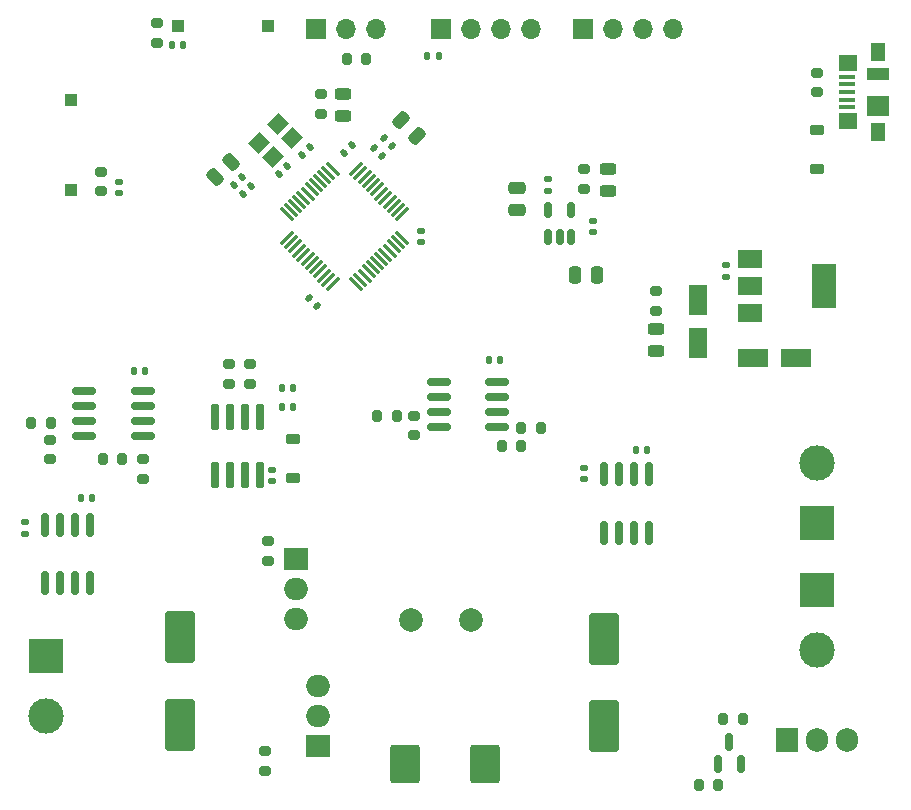
<source format=gbr>
%TF.GenerationSoftware,KiCad,Pcbnew,7.0.5*%
%TF.CreationDate,2024-05-08T14:59:28+07:00*%
%TF.ProjectId,Project232,50726f6a-6563-4743-9233-322e6b696361,rev?*%
%TF.SameCoordinates,Original*%
%TF.FileFunction,Soldermask,Top*%
%TF.FilePolarity,Negative*%
%FSLAX46Y46*%
G04 Gerber Fmt 4.6, Leading zero omitted, Abs format (unit mm)*
G04 Created by KiCad (PCBNEW 7.0.5) date 2024-05-08 14:59:28*
%MOMM*%
%LPD*%
G01*
G04 APERTURE LIST*
G04 Aperture macros list*
%AMRoundRect*
0 Rectangle with rounded corners*
0 $1 Rounding radius*
0 $2 $3 $4 $5 $6 $7 $8 $9 X,Y pos of 4 corners*
0 Add a 4 corners polygon primitive as box body*
4,1,4,$2,$3,$4,$5,$6,$7,$8,$9,$2,$3,0*
0 Add four circle primitives for the rounded corners*
1,1,$1+$1,$2,$3*
1,1,$1+$1,$4,$5*
1,1,$1+$1,$6,$7*
1,1,$1+$1,$8,$9*
0 Add four rect primitives between the rounded corners*
20,1,$1+$1,$2,$3,$4,$5,0*
20,1,$1+$1,$4,$5,$6,$7,0*
20,1,$1+$1,$6,$7,$8,$9,0*
20,1,$1+$1,$8,$9,$2,$3,0*%
%AMRotRect*
0 Rectangle, with rotation*
0 The origin of the aperture is its center*
0 $1 length*
0 $2 width*
0 $3 Rotation angle, in degrees counterclockwise*
0 Add horizontal line*
21,1,$1,$2,0,0,$3*%
G04 Aperture macros list end*
%ADD10RoundRect,0.140000X0.140000X0.170000X-0.140000X0.170000X-0.140000X-0.170000X0.140000X-0.170000X0*%
%ADD11RoundRect,0.140000X-0.170000X0.140000X-0.170000X-0.140000X0.170000X-0.140000X0.170000X0.140000X0*%
%ADD12RoundRect,0.140000X0.021213X-0.219203X0.219203X-0.021213X-0.021213X0.219203X-0.219203X0.021213X0*%
%ADD13RoundRect,0.250000X-0.550000X1.050000X-0.550000X-1.050000X0.550000X-1.050000X0.550000X1.050000X0*%
%ADD14RoundRect,0.140000X0.170000X-0.140000X0.170000X0.140000X-0.170000X0.140000X-0.170000X-0.140000X0*%
%ADD15R,2.000000X1.500000*%
%ADD16R,2.000000X3.800000*%
%ADD17RoundRect,0.200000X-0.200000X-0.275000X0.200000X-0.275000X0.200000X0.275000X-0.200000X0.275000X0*%
%ADD18R,1.700000X1.700000*%
%ADD19O,1.700000X1.700000*%
%ADD20RoundRect,0.150000X-0.825000X-0.150000X0.825000X-0.150000X0.825000X0.150000X-0.825000X0.150000X0*%
%ADD21RoundRect,0.200000X0.275000X-0.200000X0.275000X0.200000X-0.275000X0.200000X-0.275000X-0.200000X0*%
%ADD22RoundRect,0.200000X-0.275000X0.200000X-0.275000X-0.200000X0.275000X-0.200000X0.275000X0.200000X0*%
%ADD23RoundRect,0.250000X-0.512652X-0.159099X-0.159099X-0.512652X0.512652X0.159099X0.159099X0.512652X0*%
%ADD24RoundRect,0.140000X-0.140000X-0.170000X0.140000X-0.170000X0.140000X0.170000X-0.140000X0.170000X0*%
%ADD25R,3.000000X3.000000*%
%ADD26C,3.000000*%
%ADD27RoundRect,0.140000X-0.219203X-0.021213X-0.021213X-0.219203X0.219203X0.021213X0.021213X0.219203X0*%
%ADD28RoundRect,0.075000X-0.521491X0.415425X0.415425X-0.521491X0.521491X-0.415425X-0.415425X0.521491X0*%
%ADD29RoundRect,0.075000X-0.521491X-0.415425X-0.415425X-0.521491X0.521491X0.415425X0.415425X0.521491X0*%
%ADD30R,2.000000X1.905000*%
%ADD31O,2.000000X1.905000*%
%ADD32RoundRect,0.250000X-0.250000X-0.475000X0.250000X-0.475000X0.250000X0.475000X-0.250000X0.475000X0*%
%ADD33RoundRect,0.200000X0.200000X0.275000X-0.200000X0.275000X-0.200000X-0.275000X0.200000X-0.275000X0*%
%ADD34RoundRect,0.225000X0.375000X-0.225000X0.375000X0.225000X-0.375000X0.225000X-0.375000X-0.225000X0*%
%ADD35R,1.380000X0.450000*%
%ADD36R,1.300000X1.650000*%
%ADD37R,1.550000X1.425000*%
%ADD38R,1.900000X1.800000*%
%ADD39R,1.900000X1.000000*%
%ADD40RoundRect,0.102000X-0.254000X0.990600X-0.254000X-0.990600X0.254000X-0.990600X0.254000X0.990600X0*%
%ADD41RoundRect,0.150000X0.150000X-0.512500X0.150000X0.512500X-0.150000X0.512500X-0.150000X-0.512500X0*%
%ADD42RoundRect,0.243750X-0.456250X0.243750X-0.456250X-0.243750X0.456250X-0.243750X0.456250X0.243750X0*%
%ADD43RoundRect,0.150000X0.150000X-0.587500X0.150000X0.587500X-0.150000X0.587500X-0.150000X-0.587500X0*%
%ADD44C,2.000000*%
%ADD45R,1.905000X2.000000*%
%ADD46O,1.905000X2.000000*%
%ADD47RoundRect,0.243750X0.456250X-0.243750X0.456250X0.243750X-0.456250X0.243750X-0.456250X-0.243750X0*%
%ADD48RoundRect,0.150000X0.150000X-0.825000X0.150000X0.825000X-0.150000X0.825000X-0.150000X-0.825000X0*%
%ADD49RoundRect,0.140000X-0.021213X0.219203X-0.219203X0.021213X0.021213X-0.219203X0.219203X-0.021213X0*%
%ADD50RoundRect,0.250000X-1.050000X-0.550000X1.050000X-0.550000X1.050000X0.550000X-1.050000X0.550000X0*%
%ADD51RoundRect,0.250000X-0.159099X0.512652X-0.512652X0.159099X0.159099X-0.512652X0.512652X-0.159099X0*%
%ADD52RoundRect,0.250000X-1.000000X1.950000X-1.000000X-1.950000X1.000000X-1.950000X1.000000X1.950000X0*%
%ADD53R,1.000000X1.000000*%
%ADD54RoundRect,0.250000X0.475000X-0.250000X0.475000X0.250000X-0.475000X0.250000X-0.475000X-0.250000X0*%
%ADD55RoundRect,0.250000X1.000000X-1.400000X1.000000X1.400000X-1.000000X1.400000X-1.000000X-1.400000X0*%
%ADD56RoundRect,0.140000X0.219203X0.021213X0.021213X0.219203X-0.219203X-0.021213X-0.021213X-0.219203X0*%
%ADD57RotRect,1.400000X1.200000X225.000000*%
G04 APERTURE END LIST*
D10*
%TO.C,C25*%
X139276800Y-97332800D03*
X138316800Y-97332800D03*
%TD*%
D11*
%TO.C,C4*%
X132588000Y-86416000D03*
X132588000Y-87376000D03*
%TD*%
D12*
%TO.C,C3*%
X122494400Y-79990101D03*
X123173222Y-79311279D03*
%TD*%
D13*
%TO.C,C28*%
X156007201Y-92310401D03*
X156007201Y-95910401D03*
%TD*%
D14*
%TO.C,C15*%
X143357600Y-83030000D03*
X143357600Y-82070000D03*
%TD*%
D15*
%TO.C,U8*%
X160426400Y-88784400D03*
X160426400Y-91084400D03*
D16*
X166726400Y-91084400D03*
D15*
X160426400Y-93384400D03*
%TD*%
D14*
%TO.C,C20*%
X119986000Y-107642601D03*
X119986000Y-106682601D03*
%TD*%
D17*
%TO.C,R11*%
X156084000Y-133350000D03*
X157734000Y-133350000D03*
%TD*%
D18*
%TO.C,J4*%
X146304000Y-69342000D03*
D19*
X148844000Y-69342000D03*
X151384000Y-69342000D03*
X153924000Y-69342000D03*
%TD*%
D20*
%TO.C,U7*%
X104066800Y-99999800D03*
X104066800Y-101269800D03*
X104066800Y-102539800D03*
X104066800Y-103809800D03*
X109016800Y-103809800D03*
X109016800Y-102539800D03*
X109016800Y-101269800D03*
X109016800Y-99999800D03*
%TD*%
D21*
%TO.C,R1*%
X124155201Y-76521600D03*
X124155201Y-74871600D03*
%TD*%
D14*
%TO.C,C29*%
X158394800Y-90294400D03*
X158394800Y-89334400D03*
%TD*%
D22*
%TO.C,R5*%
X119380000Y-130493000D03*
X119380000Y-132143000D03*
%TD*%
D23*
%TO.C,FB1*%
X130900249Y-77052249D03*
X132243751Y-78395751D03*
%TD*%
D24*
%TO.C,C18*%
X120784199Y-99728400D03*
X121744199Y-99728400D03*
%TD*%
D21*
%TO.C,R21*%
X116331999Y-99377000D03*
X116331999Y-97727000D03*
%TD*%
D14*
%TO.C,C5*%
X107010200Y-83261200D03*
X107010200Y-82301200D03*
%TD*%
D25*
%TO.C,TER3*%
X166116000Y-116840000D03*
D26*
X166116000Y-121920000D03*
%TD*%
D27*
%TO.C,C2*%
X128617510Y-79391750D03*
X129296332Y-80070572D03*
%TD*%
D10*
%TO.C,C19*%
X104721600Y-109016799D03*
X103761600Y-109016799D03*
%TD*%
D25*
%TO.C,TER1*%
X100838000Y-122428000D03*
D26*
X100838000Y-127508000D03*
%TD*%
D28*
%TO.C,U1*%
X125102412Y-81147425D03*
X124748858Y-81500979D03*
X124395305Y-81854532D03*
X124041751Y-82208086D03*
X123688198Y-82561639D03*
X123334645Y-82915192D03*
X122981091Y-83268746D03*
X122627538Y-83622299D03*
X122273985Y-83975852D03*
X121920431Y-84329406D03*
X121566878Y-84682959D03*
X121213324Y-85036513D03*
D29*
X121213324Y-87034089D03*
X121566878Y-87387643D03*
X121920431Y-87741196D03*
X122273985Y-88094750D03*
X122627538Y-88448303D03*
X122981091Y-88801856D03*
X123334645Y-89155410D03*
X123688198Y-89508963D03*
X124041751Y-89862516D03*
X124395305Y-90216070D03*
X124748858Y-90569623D03*
X125102412Y-90923177D03*
D28*
X127099988Y-90923177D03*
X127453542Y-90569623D03*
X127807095Y-90216070D03*
X128160649Y-89862516D03*
X128514202Y-89508963D03*
X128867755Y-89155410D03*
X129221309Y-88801856D03*
X129574862Y-88448303D03*
X129928415Y-88094750D03*
X130281969Y-87741196D03*
X130635522Y-87387643D03*
X130989076Y-87034089D03*
D29*
X130989076Y-85036513D03*
X130635522Y-84682959D03*
X130281969Y-84329406D03*
X129928415Y-83975852D03*
X129574862Y-83622299D03*
X129221309Y-83268746D03*
X128867755Y-82915192D03*
X128514202Y-82561639D03*
X128160649Y-82208086D03*
X127807095Y-81854532D03*
X127453542Y-81500979D03*
X127099988Y-81147425D03*
%TD*%
D30*
%TO.C,Q2*%
X122041800Y-114173000D03*
D31*
X122041800Y-116713000D03*
X122041800Y-119253000D03*
%TD*%
D22*
%TO.C,R4*%
X119634000Y-112713000D03*
X119634000Y-114363000D03*
%TD*%
D21*
%TO.C,R8*%
X109016800Y-107416600D03*
X109016800Y-105766600D03*
%TD*%
D32*
%TO.C,C11*%
X145592800Y-90170000D03*
X147492800Y-90170000D03*
%TD*%
D12*
%TO.C,C1*%
X126085079Y-79873006D03*
X126763901Y-79194184D03*
%TD*%
D33*
%TO.C,R14*%
X142721600Y-103098600D03*
X141071600Y-103098600D03*
%TD*%
D34*
%TO.C,D2*%
X121763999Y-107390199D03*
X121763999Y-104090199D03*
%TD*%
D35*
%TO.C,J1*%
X168628000Y-75976000D03*
X168628000Y-75326000D03*
X168628000Y-74676000D03*
X168628000Y-74026000D03*
X168628000Y-73376000D03*
D36*
X171288000Y-78051000D03*
D37*
X168713000Y-77163500D03*
D38*
X171288000Y-75826000D03*
D39*
X171288000Y-73126000D03*
D37*
X168713000Y-72188500D03*
D36*
X171288000Y-71301000D03*
%TD*%
D40*
%TO.C,U6*%
X118970000Y-102184200D03*
X117700000Y-102184200D03*
X116430000Y-102184200D03*
X115160000Y-102184200D03*
X115160000Y-107111800D03*
X116430000Y-107111800D03*
X117700000Y-107111800D03*
X118970000Y-107111800D03*
%TD*%
D41*
%TO.C,U2*%
X143372800Y-86964100D03*
X144322800Y-86964100D03*
X145272800Y-86964100D03*
X145272800Y-84689100D03*
X143372800Y-84689100D03*
%TD*%
D11*
%TO.C,C13*%
X147116800Y-85600601D03*
X147116800Y-86560601D03*
%TD*%
D17*
%TO.C,R3*%
X126302000Y-71907400D03*
X127952000Y-71907400D03*
%TD*%
D42*
%TO.C,D1*%
X125984000Y-74833000D03*
X125984000Y-76708000D03*
%TD*%
D33*
%TO.C,R7*%
X130542800Y-102133400D03*
X128892800Y-102133400D03*
%TD*%
D10*
%TO.C,C21*%
X151734400Y-105014800D03*
X150774400Y-105014800D03*
%TD*%
D21*
%TO.C,R17*%
X146354800Y-82841600D03*
X146354800Y-81191600D03*
%TD*%
D43*
%TO.C,Q5*%
X157734000Y-131572000D03*
X159634000Y-131572000D03*
X158684000Y-129697000D03*
%TD*%
D22*
%TO.C,R16*%
X152502002Y-91529399D03*
X152502002Y-93179399D03*
%TD*%
D44*
%TO.C,L1*%
X131749800Y-119380000D03*
X136829800Y-119380000D03*
%TD*%
D45*
%TO.C,Q3*%
X163576000Y-129540000D03*
D46*
X166116000Y-129540000D03*
X168656000Y-129540000D03*
%TD*%
D47*
%TO.C,D5*%
X148386800Y-83055700D03*
X148386800Y-81180700D03*
%TD*%
D27*
%TO.C,C8*%
X129425734Y-78547606D03*
X130104556Y-79226428D03*
%TD*%
D11*
%TO.C,C24*%
X146380200Y-106485400D03*
X146380200Y-107445400D03*
%TD*%
D21*
%TO.C,R6*%
X132003800Y-103720400D03*
X132003800Y-102070400D03*
%TD*%
D25*
%TO.C,TER2*%
X166070400Y-111125000D03*
D26*
X166070400Y-106045000D03*
%TD*%
D24*
%TO.C,C17*%
X120784199Y-101303200D03*
X121744199Y-101303200D03*
%TD*%
D10*
%TO.C,C12*%
X134084000Y-71628000D03*
X133124000Y-71628000D03*
%TD*%
D48*
%TO.C,U3*%
X148056600Y-111974400D03*
X149326600Y-111974400D03*
X150596600Y-111974400D03*
X151866600Y-111974400D03*
X151866600Y-107024400D03*
X150596600Y-107024400D03*
X149326600Y-107024400D03*
X148056600Y-107024400D03*
%TD*%
D47*
%TO.C,D4*%
X152451201Y-96593899D03*
X152451201Y-94718899D03*
%TD*%
D49*
%TO.C,C9*%
X118172544Y-82651600D03*
X117493722Y-83330422D03*
%TD*%
D18*
%TO.C,J3*%
X123723400Y-69342000D03*
D19*
X126263400Y-69342000D03*
X128803400Y-69342000D03*
%TD*%
D22*
%TO.C,R2*%
X166116000Y-73026000D03*
X166116000Y-74676000D03*
%TD*%
D11*
%TO.C,C22*%
X99085398Y-111103999D03*
X99085398Y-112063999D03*
%TD*%
D21*
%TO.C,R18*%
X118110000Y-99377000D03*
X118110000Y-97727000D03*
%TD*%
%TO.C,R20*%
X105486200Y-83070200D03*
X105486200Y-81420200D03*
%TD*%
D22*
%TO.C,R19*%
X110210600Y-68860400D03*
X110210600Y-70510400D03*
%TD*%
D50*
%TO.C,C27*%
X160709600Y-97231199D03*
X164309600Y-97231199D03*
%TD*%
D17*
%TO.C,R12*%
X99572000Y-102665800D03*
X101222000Y-102665800D03*
%TD*%
D34*
%TO.C,D3*%
X166116000Y-81152000D03*
X166116000Y-77852000D03*
%TD*%
D20*
%TO.C,U5*%
X134100800Y-99212400D03*
X134100800Y-100482400D03*
X134100800Y-101752400D03*
X134100800Y-103022400D03*
X139050800Y-103022400D03*
X139050800Y-101752400D03*
X139050800Y-100482400D03*
X139050800Y-99212400D03*
%TD*%
D51*
%TO.C,FB2*%
X116495751Y-80557449D03*
X115152249Y-81900951D03*
%TD*%
D30*
%TO.C,Q1*%
X123845202Y-130048002D03*
D31*
X123845202Y-127508002D03*
X123845202Y-124968002D03*
%TD*%
D33*
%TO.C,R9*%
X107301800Y-105778800D03*
X105651800Y-105778800D03*
%TD*%
D52*
%TO.C,C23*%
X148082000Y-120963200D03*
X148082000Y-128363200D03*
%TD*%
D48*
%TO.C,U4*%
X100711000Y-116267000D03*
X101981000Y-116267000D03*
X103251000Y-116267000D03*
X104521000Y-116267000D03*
X104521000Y-111317000D03*
X103251000Y-111317000D03*
X101981000Y-111317000D03*
X100711000Y-111317000D03*
%TD*%
D21*
%TO.C,R13*%
X101142800Y-105764600D03*
X101142800Y-104114600D03*
%TD*%
D10*
%TO.C,C26*%
X109220400Y-98323400D03*
X108260400Y-98323400D03*
%TD*%
D52*
%TO.C,C16*%
X112141000Y-120836200D03*
X112141000Y-128236200D03*
%TD*%
D17*
%TO.C,R15*%
X139408400Y-104673400D03*
X141058400Y-104673400D03*
%TD*%
D49*
%TO.C,C10*%
X117401519Y-81880575D03*
X116722697Y-82559397D03*
%TD*%
D18*
%TO.C,J2*%
X134249000Y-69342000D03*
D19*
X136789000Y-69342000D03*
X139329000Y-69342000D03*
X141869000Y-69342000D03*
%TD*%
D53*
%TO.C,SW1*%
X102946200Y-75387200D03*
X102946200Y-83007200D03*
%TD*%
D54*
%TO.C,C14*%
X140716000Y-84679801D03*
X140716000Y-82779801D03*
%TD*%
D33*
%TO.C,R10*%
X159829000Y-127762000D03*
X158179000Y-127762000D03*
%TD*%
D24*
%TO.C,C30*%
X111508600Y-70689200D03*
X112468600Y-70689200D03*
%TD*%
D49*
%TO.C,C6*%
X121243411Y-80940589D03*
X120564589Y-81619411D03*
%TD*%
D55*
%TO.C,D6*%
X131220000Y-131597400D03*
X138020000Y-131597400D03*
%TD*%
D56*
%TO.C,C7*%
X123783411Y-92795411D03*
X123104589Y-92116589D03*
%TD*%
D57*
%TO.C,HSE1*%
X120444071Y-77389926D03*
X118888436Y-78945561D03*
X120090517Y-80147642D03*
X121646152Y-78592007D03*
%TD*%
D53*
%TO.C,SW2*%
X112014000Y-69088000D03*
X119634000Y-69088000D03*
%TD*%
M02*

</source>
